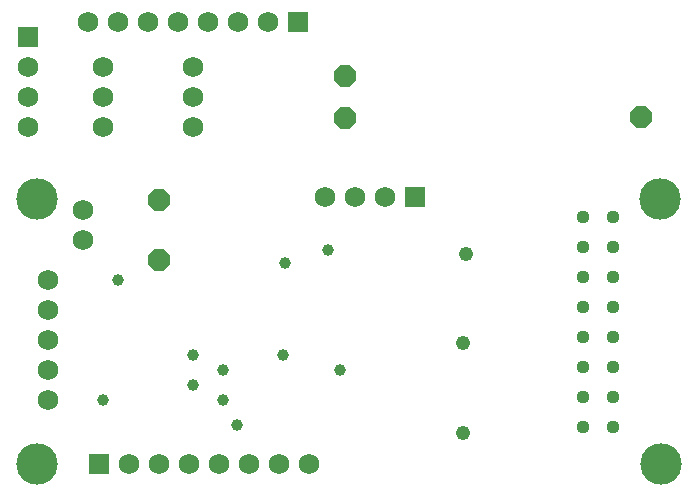
<source format=gbs>
G75*
G70*
%OFA0B0*%
%FSLAX24Y24*%
%IPPOS*%
%LPD*%
%AMOC8*
5,1,8,0,0,1.08239X$1,22.5*
%
%ADD10OC8,0.0710*%
%ADD11C,0.0680*%
%ADD12R,0.0680X0.0680*%
%ADD13C,0.1380*%
%ADD14OC8,0.0730*%
%ADD15C,0.0390*%
%ADD16C,0.0440*%
%ADD17C,0.0490*%
D10*
X005451Y008151D03*
X005451Y010151D03*
D11*
X002919Y009847D03*
X002919Y008847D03*
X001751Y007501D03*
X001751Y006501D03*
X001751Y005501D03*
X001751Y004501D03*
X001751Y003501D03*
X004451Y001351D03*
X005451Y001351D03*
X006451Y001351D03*
X007451Y001351D03*
X008451Y001351D03*
X009451Y001351D03*
X010451Y001351D03*
X011001Y010251D03*
X012001Y010251D03*
X013001Y010251D03*
X006601Y012601D03*
X006601Y013601D03*
X006601Y014601D03*
X007101Y016101D03*
X008101Y016101D03*
X009101Y016101D03*
X006101Y016101D03*
X005101Y016101D03*
X004101Y016101D03*
X003101Y016101D03*
X003601Y014601D03*
X003601Y013601D03*
X003601Y012601D03*
X001101Y012601D03*
X001101Y013601D03*
X001101Y014601D03*
D12*
X001101Y015601D03*
X010101Y016101D03*
X014001Y010251D03*
X003451Y001351D03*
D13*
X001401Y001351D03*
X001401Y010201D03*
X022151Y010201D03*
X022201Y001351D03*
D14*
X021522Y012931D03*
X011660Y012912D03*
X011660Y014290D03*
D15*
X011101Y008501D03*
X009651Y008051D03*
X009601Y005001D03*
X011501Y004501D03*
X008051Y002651D03*
X007601Y003501D03*
X006601Y004001D03*
X007601Y004501D03*
X006601Y005001D03*
X003601Y003501D03*
X004101Y007501D03*
D16*
X019601Y007601D03*
X020601Y007601D03*
X020601Y008601D03*
X020601Y009601D03*
X019601Y009601D03*
X019601Y008601D03*
X019601Y006601D03*
X020601Y006601D03*
X020601Y005601D03*
X019601Y005601D03*
X019601Y004601D03*
X020601Y004601D03*
X020601Y003601D03*
X020601Y002601D03*
X019601Y002601D03*
X019601Y003601D03*
D17*
X015601Y002401D03*
X015601Y005401D03*
X015701Y008351D03*
M02*

</source>
